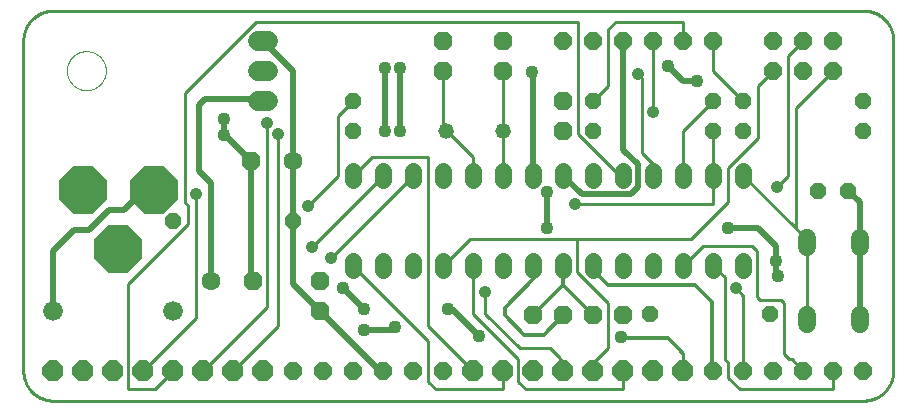
<source format=gtl>
G75*
%MOIN*%
%OFA0B0*%
%FSLAX25Y25*%
%IPPOS*%
%LPD*%
%AMOC8*
5,1,8,0,0,1.08239X$1,22.5*
%
%ADD10C,0.01000*%
%ADD11C,0.05600*%
%ADD12OC8,0.06102*%
%ADD13OC8,0.15748*%
%ADD14C,0.07677*%
%ADD15C,0.06600*%
%ADD16C,0.06600*%
%ADD17C,0.00000*%
%ADD18OC8,0.05200*%
%ADD19C,0.06000*%
%ADD20C,0.05200*%
%ADD21OC8,0.06300*%
%ADD22C,0.06300*%
%ADD23OC8,0.06000*%
%ADD24OC8,0.07000*%
%ADD25C,0.02000*%
%ADD26C,0.04362*%
%ADD27C,0.01200*%
%ADD28C,0.04400*%
%ADD29C,0.04200*%
D10*
X0020850Y0003250D02*
X0290850Y0003250D01*
X0280850Y0007000D02*
X0280850Y0013250D01*
X0270850Y0013250D02*
X0267100Y0017000D01*
X0266100Y0017000D01*
X0264350Y0018750D01*
X0264350Y0035750D01*
X0263350Y0036750D01*
X0256350Y0036750D01*
X0255350Y0037750D01*
X0255350Y0053250D01*
X0253850Y0054750D01*
X0237350Y0054750D01*
X0230850Y0048250D01*
X0240850Y0048250D02*
X0244600Y0044500D01*
X0244600Y0017000D01*
X0245850Y0015750D01*
X0245850Y0010750D01*
X0249600Y0007000D01*
X0280850Y0007000D01*
X0290850Y0003250D02*
X0291092Y0003253D01*
X0291333Y0003262D01*
X0291574Y0003276D01*
X0291815Y0003297D01*
X0292055Y0003323D01*
X0292295Y0003355D01*
X0292534Y0003393D01*
X0292771Y0003436D01*
X0293008Y0003486D01*
X0293243Y0003541D01*
X0293477Y0003601D01*
X0293709Y0003668D01*
X0293940Y0003739D01*
X0294169Y0003817D01*
X0294396Y0003900D01*
X0294621Y0003988D01*
X0294844Y0004082D01*
X0295064Y0004181D01*
X0295282Y0004286D01*
X0295497Y0004395D01*
X0295710Y0004510D01*
X0295920Y0004630D01*
X0296126Y0004755D01*
X0296330Y0004885D01*
X0296531Y0005020D01*
X0296728Y0005160D01*
X0296922Y0005304D01*
X0297112Y0005453D01*
X0297298Y0005607D01*
X0297481Y0005765D01*
X0297660Y0005927D01*
X0297835Y0006094D01*
X0298006Y0006265D01*
X0298173Y0006440D01*
X0298335Y0006619D01*
X0298493Y0006802D01*
X0298647Y0006988D01*
X0298796Y0007178D01*
X0298940Y0007372D01*
X0299080Y0007569D01*
X0299215Y0007770D01*
X0299345Y0007974D01*
X0299470Y0008180D01*
X0299590Y0008390D01*
X0299705Y0008603D01*
X0299814Y0008818D01*
X0299919Y0009036D01*
X0300018Y0009256D01*
X0300112Y0009479D01*
X0300200Y0009704D01*
X0300283Y0009931D01*
X0300361Y0010160D01*
X0300432Y0010391D01*
X0300499Y0010623D01*
X0300559Y0010857D01*
X0300614Y0011092D01*
X0300664Y0011329D01*
X0300707Y0011566D01*
X0300745Y0011805D01*
X0300777Y0012045D01*
X0300803Y0012285D01*
X0300824Y0012526D01*
X0300838Y0012767D01*
X0300847Y0013008D01*
X0300850Y0013250D01*
X0300850Y0123250D01*
X0300847Y0123492D01*
X0300838Y0123733D01*
X0300824Y0123974D01*
X0300803Y0124215D01*
X0300777Y0124455D01*
X0300745Y0124695D01*
X0300707Y0124934D01*
X0300664Y0125171D01*
X0300614Y0125408D01*
X0300559Y0125643D01*
X0300499Y0125877D01*
X0300432Y0126109D01*
X0300361Y0126340D01*
X0300283Y0126569D01*
X0300200Y0126796D01*
X0300112Y0127021D01*
X0300018Y0127244D01*
X0299919Y0127464D01*
X0299814Y0127682D01*
X0299705Y0127897D01*
X0299590Y0128110D01*
X0299470Y0128320D01*
X0299345Y0128526D01*
X0299215Y0128730D01*
X0299080Y0128931D01*
X0298940Y0129128D01*
X0298796Y0129322D01*
X0298647Y0129512D01*
X0298493Y0129698D01*
X0298335Y0129881D01*
X0298173Y0130060D01*
X0298006Y0130235D01*
X0297835Y0130406D01*
X0297660Y0130573D01*
X0297481Y0130735D01*
X0297298Y0130893D01*
X0297112Y0131047D01*
X0296922Y0131196D01*
X0296728Y0131340D01*
X0296531Y0131480D01*
X0296330Y0131615D01*
X0296126Y0131745D01*
X0295920Y0131870D01*
X0295710Y0131990D01*
X0295497Y0132105D01*
X0295282Y0132214D01*
X0295064Y0132319D01*
X0294844Y0132418D01*
X0294621Y0132512D01*
X0294396Y0132600D01*
X0294169Y0132683D01*
X0293940Y0132761D01*
X0293709Y0132832D01*
X0293477Y0132899D01*
X0293243Y0132959D01*
X0293008Y0133014D01*
X0292771Y0133064D01*
X0292534Y0133107D01*
X0292295Y0133145D01*
X0292055Y0133177D01*
X0291815Y0133203D01*
X0291574Y0133224D01*
X0291333Y0133238D01*
X0291092Y0133247D01*
X0290850Y0133250D01*
X0020850Y0133250D01*
X0020608Y0133247D01*
X0020367Y0133238D01*
X0020126Y0133224D01*
X0019885Y0133203D01*
X0019645Y0133177D01*
X0019405Y0133145D01*
X0019166Y0133107D01*
X0018929Y0133064D01*
X0018692Y0133014D01*
X0018457Y0132959D01*
X0018223Y0132899D01*
X0017991Y0132832D01*
X0017760Y0132761D01*
X0017531Y0132683D01*
X0017304Y0132600D01*
X0017079Y0132512D01*
X0016856Y0132418D01*
X0016636Y0132319D01*
X0016418Y0132214D01*
X0016203Y0132105D01*
X0015990Y0131990D01*
X0015780Y0131870D01*
X0015574Y0131745D01*
X0015370Y0131615D01*
X0015169Y0131480D01*
X0014972Y0131340D01*
X0014778Y0131196D01*
X0014588Y0131047D01*
X0014402Y0130893D01*
X0014219Y0130735D01*
X0014040Y0130573D01*
X0013865Y0130406D01*
X0013694Y0130235D01*
X0013527Y0130060D01*
X0013365Y0129881D01*
X0013207Y0129698D01*
X0013053Y0129512D01*
X0012904Y0129322D01*
X0012760Y0129128D01*
X0012620Y0128931D01*
X0012485Y0128730D01*
X0012355Y0128526D01*
X0012230Y0128320D01*
X0012110Y0128110D01*
X0011995Y0127897D01*
X0011886Y0127682D01*
X0011781Y0127464D01*
X0011682Y0127244D01*
X0011588Y0127021D01*
X0011500Y0126796D01*
X0011417Y0126569D01*
X0011339Y0126340D01*
X0011268Y0126109D01*
X0011201Y0125877D01*
X0011141Y0125643D01*
X0011086Y0125408D01*
X0011036Y0125171D01*
X0010993Y0124934D01*
X0010955Y0124695D01*
X0010923Y0124455D01*
X0010897Y0124215D01*
X0010876Y0123974D01*
X0010862Y0123733D01*
X0010853Y0123492D01*
X0010850Y0123250D01*
X0010850Y0013250D01*
X0010853Y0013008D01*
X0010862Y0012767D01*
X0010876Y0012526D01*
X0010897Y0012285D01*
X0010923Y0012045D01*
X0010955Y0011805D01*
X0010993Y0011566D01*
X0011036Y0011329D01*
X0011086Y0011092D01*
X0011141Y0010857D01*
X0011201Y0010623D01*
X0011268Y0010391D01*
X0011339Y0010160D01*
X0011417Y0009931D01*
X0011500Y0009704D01*
X0011588Y0009479D01*
X0011682Y0009256D01*
X0011781Y0009036D01*
X0011886Y0008818D01*
X0011995Y0008603D01*
X0012110Y0008390D01*
X0012230Y0008180D01*
X0012355Y0007974D01*
X0012485Y0007770D01*
X0012620Y0007569D01*
X0012760Y0007372D01*
X0012904Y0007178D01*
X0013053Y0006988D01*
X0013207Y0006802D01*
X0013365Y0006619D01*
X0013527Y0006440D01*
X0013694Y0006265D01*
X0013865Y0006094D01*
X0014040Y0005927D01*
X0014219Y0005765D01*
X0014402Y0005607D01*
X0014588Y0005453D01*
X0014778Y0005304D01*
X0014972Y0005160D01*
X0015169Y0005020D01*
X0015370Y0004885D01*
X0015574Y0004755D01*
X0015780Y0004630D01*
X0015990Y0004510D01*
X0016203Y0004395D01*
X0016418Y0004286D01*
X0016636Y0004181D01*
X0016856Y0004082D01*
X0017079Y0003988D01*
X0017304Y0003900D01*
X0017531Y0003817D01*
X0017760Y0003739D01*
X0017991Y0003668D01*
X0018223Y0003601D01*
X0018457Y0003541D01*
X0018692Y0003486D01*
X0018929Y0003436D01*
X0019166Y0003393D01*
X0019405Y0003355D01*
X0019645Y0003323D01*
X0019885Y0003297D01*
X0020126Y0003276D01*
X0020367Y0003262D01*
X0020608Y0003253D01*
X0020850Y0003250D01*
X0045850Y0007000D02*
X0045850Y0042000D01*
X0065850Y0062000D01*
X0065850Y0068250D01*
X0064600Y0069500D01*
X0064600Y0105750D01*
X0088350Y0129500D01*
X0195850Y0129500D01*
X0195850Y0092000D01*
X0209600Y0078250D01*
X0210850Y0078250D01*
X0217100Y0085750D02*
X0220850Y0082000D01*
X0220850Y0078250D01*
X0230850Y0078250D02*
X0230850Y0093250D01*
X0240850Y0103250D01*
X0240850Y0113250D02*
X0250850Y0103250D01*
X0255850Y0108250D02*
X0255850Y0090750D01*
X0245850Y0080750D01*
X0245850Y0069500D01*
X0233350Y0057000D01*
X0195350Y0057000D01*
X0195350Y0046250D01*
X0205850Y0035750D01*
X0205850Y0020750D01*
X0200850Y0015750D01*
X0190850Y0016250D02*
X0190850Y0013250D01*
X0190850Y0016250D02*
X0189350Y0017750D01*
X0186350Y0020750D01*
X0176350Y0020750D01*
X0164850Y0032250D01*
X0164850Y0039250D01*
X0164600Y0039500D01*
X0160850Y0032000D02*
X0175850Y0017000D01*
X0175850Y0009500D01*
X0178350Y0007000D01*
X0210850Y0007000D01*
X0210850Y0013250D01*
X0229719Y0019994D02*
X0230850Y0018863D01*
X0230850Y0013250D01*
X0250850Y0013250D02*
X0250850Y0038250D01*
X0248350Y0040750D01*
X0271950Y0030450D02*
X0272100Y0030750D01*
X0272100Y0055750D01*
X0271950Y0056050D01*
X0270850Y0057000D01*
X0270850Y0058250D01*
X0268350Y0060750D01*
X0268350Y0100750D01*
X0280850Y0113250D01*
X0270850Y0123250D02*
X0265850Y0118250D01*
X0265850Y0078250D01*
X0262100Y0074500D01*
X0250850Y0078250D02*
X0268350Y0060750D01*
X0240850Y0068750D02*
X0240850Y0078250D01*
X0240850Y0093250D01*
X0220850Y0099500D02*
X0220850Y0123250D01*
X0230850Y0123250D02*
X0230850Y0129500D01*
X0208350Y0129500D01*
X0205850Y0127000D01*
X0205850Y0108250D01*
X0200850Y0103250D01*
X0215850Y0112000D02*
X0217100Y0110750D01*
X0217100Y0085750D01*
X0194600Y0068750D02*
X0240850Y0068750D01*
X0195350Y0057000D02*
X0159600Y0057000D01*
X0150850Y0048250D01*
X0160850Y0048250D02*
X0160850Y0032000D01*
X0145850Y0028250D02*
X0160850Y0013250D01*
X0170850Y0013250D02*
X0170850Y0007500D01*
X0170350Y0007000D01*
X0148350Y0007000D01*
X0145850Y0009500D01*
X0145850Y0023250D01*
X0120850Y0048250D01*
X0113350Y0050750D02*
X0140850Y0078250D01*
X0130850Y0078250D02*
X0107100Y0054500D01*
X0105850Y0068250D02*
X0115850Y0078250D01*
X0115850Y0098250D01*
X0120850Y0103250D01*
X0095850Y0092000D02*
X0095850Y0028250D01*
X0080850Y0013250D01*
X0070850Y0013250D02*
X0092100Y0034500D01*
X0092100Y0095750D01*
X0120850Y0078250D02*
X0127100Y0084500D01*
X0145850Y0084500D01*
X0145850Y0028250D01*
X0170350Y0007000D02*
X0170850Y0007000D01*
X0068350Y0030750D02*
X0050850Y0013250D01*
X0054600Y0007000D02*
X0045850Y0007000D01*
X0054600Y0007000D02*
X0060850Y0013250D01*
X0068350Y0030750D02*
X0068350Y0072000D01*
X0150850Y0093250D02*
X0151850Y0093250D01*
X0152100Y0093250D01*
X0160850Y0084500D01*
X0160850Y0078250D01*
X0170850Y0078250D02*
X0170850Y0093250D01*
X0170850Y0113250D01*
X0150850Y0113250D02*
X0150850Y0093250D01*
X0240850Y0113250D02*
X0240850Y0123250D01*
X0255850Y0108250D02*
X0260850Y0113250D01*
D11*
X0250850Y0079650D02*
X0250850Y0076850D01*
X0240850Y0076850D02*
X0240850Y0079650D01*
X0230850Y0079650D02*
X0230850Y0076850D01*
X0220850Y0076850D02*
X0220850Y0079650D01*
X0210850Y0079650D02*
X0210850Y0076850D01*
X0200850Y0076850D02*
X0200850Y0079650D01*
X0190850Y0079650D02*
X0190850Y0076850D01*
X0180850Y0076850D02*
X0180850Y0079650D01*
X0170850Y0079650D02*
X0170850Y0076850D01*
X0160850Y0076850D02*
X0160850Y0079650D01*
X0150850Y0079650D02*
X0150850Y0076850D01*
X0140850Y0076850D02*
X0140850Y0079650D01*
X0130850Y0079650D02*
X0130850Y0076850D01*
X0120850Y0076850D02*
X0120850Y0079650D01*
X0120850Y0049650D02*
X0120850Y0046850D01*
X0130850Y0046850D02*
X0130850Y0049650D01*
X0140850Y0049650D02*
X0140850Y0046850D01*
X0150850Y0046850D02*
X0150850Y0049650D01*
X0160850Y0049650D02*
X0160850Y0046850D01*
X0170850Y0046850D02*
X0170850Y0049650D01*
X0180850Y0049650D02*
X0180850Y0046850D01*
X0190850Y0046850D02*
X0190850Y0049650D01*
X0200850Y0049650D02*
X0200850Y0046850D01*
X0210850Y0046850D02*
X0210850Y0049650D01*
X0220850Y0049650D02*
X0220850Y0046850D01*
X0230850Y0046850D02*
X0230850Y0049650D01*
X0240850Y0049650D02*
X0240850Y0046850D01*
X0250850Y0046850D02*
X0250850Y0049650D01*
D12*
X0260850Y0113250D03*
X0270850Y0113250D03*
X0280850Y0113250D03*
X0280850Y0123250D03*
X0270850Y0123250D03*
X0260850Y0123250D03*
D13*
X0054350Y0073450D03*
X0030750Y0073450D03*
X0042550Y0053750D03*
D14*
X0039550Y0053750D03*
X0045550Y0053750D03*
X0054350Y0070450D03*
X0054350Y0076450D03*
X0030750Y0076450D03*
X0030750Y0070450D03*
D15*
X0020850Y0033250D03*
X0060850Y0033250D03*
D16*
X0089200Y0103250D02*
X0092500Y0103250D01*
X0092500Y0113250D02*
X0089200Y0113250D01*
X0089200Y0123250D02*
X0092500Y0123250D01*
D17*
X0025350Y0113250D02*
X0025352Y0113411D01*
X0025358Y0113571D01*
X0025368Y0113732D01*
X0025382Y0113892D01*
X0025400Y0114052D01*
X0025421Y0114211D01*
X0025447Y0114370D01*
X0025477Y0114528D01*
X0025510Y0114685D01*
X0025548Y0114842D01*
X0025589Y0114997D01*
X0025634Y0115151D01*
X0025683Y0115304D01*
X0025736Y0115456D01*
X0025792Y0115607D01*
X0025853Y0115756D01*
X0025916Y0115904D01*
X0025984Y0116050D01*
X0026055Y0116194D01*
X0026129Y0116336D01*
X0026207Y0116477D01*
X0026289Y0116615D01*
X0026374Y0116752D01*
X0026462Y0116886D01*
X0026554Y0117018D01*
X0026649Y0117148D01*
X0026747Y0117276D01*
X0026848Y0117401D01*
X0026952Y0117523D01*
X0027059Y0117643D01*
X0027169Y0117760D01*
X0027282Y0117875D01*
X0027398Y0117986D01*
X0027517Y0118095D01*
X0027638Y0118200D01*
X0027762Y0118303D01*
X0027888Y0118403D01*
X0028016Y0118499D01*
X0028147Y0118592D01*
X0028281Y0118682D01*
X0028416Y0118769D01*
X0028554Y0118852D01*
X0028693Y0118932D01*
X0028835Y0119008D01*
X0028978Y0119081D01*
X0029123Y0119150D01*
X0029270Y0119216D01*
X0029418Y0119278D01*
X0029568Y0119336D01*
X0029719Y0119391D01*
X0029872Y0119442D01*
X0030026Y0119489D01*
X0030181Y0119532D01*
X0030337Y0119571D01*
X0030493Y0119607D01*
X0030651Y0119638D01*
X0030809Y0119666D01*
X0030968Y0119690D01*
X0031128Y0119710D01*
X0031288Y0119726D01*
X0031448Y0119738D01*
X0031609Y0119746D01*
X0031770Y0119750D01*
X0031930Y0119750D01*
X0032091Y0119746D01*
X0032252Y0119738D01*
X0032412Y0119726D01*
X0032572Y0119710D01*
X0032732Y0119690D01*
X0032891Y0119666D01*
X0033049Y0119638D01*
X0033207Y0119607D01*
X0033363Y0119571D01*
X0033519Y0119532D01*
X0033674Y0119489D01*
X0033828Y0119442D01*
X0033981Y0119391D01*
X0034132Y0119336D01*
X0034282Y0119278D01*
X0034430Y0119216D01*
X0034577Y0119150D01*
X0034722Y0119081D01*
X0034865Y0119008D01*
X0035007Y0118932D01*
X0035146Y0118852D01*
X0035284Y0118769D01*
X0035419Y0118682D01*
X0035553Y0118592D01*
X0035684Y0118499D01*
X0035812Y0118403D01*
X0035938Y0118303D01*
X0036062Y0118200D01*
X0036183Y0118095D01*
X0036302Y0117986D01*
X0036418Y0117875D01*
X0036531Y0117760D01*
X0036641Y0117643D01*
X0036748Y0117523D01*
X0036852Y0117401D01*
X0036953Y0117276D01*
X0037051Y0117148D01*
X0037146Y0117018D01*
X0037238Y0116886D01*
X0037326Y0116752D01*
X0037411Y0116615D01*
X0037493Y0116477D01*
X0037571Y0116336D01*
X0037645Y0116194D01*
X0037716Y0116050D01*
X0037784Y0115904D01*
X0037847Y0115756D01*
X0037908Y0115607D01*
X0037964Y0115456D01*
X0038017Y0115304D01*
X0038066Y0115151D01*
X0038111Y0114997D01*
X0038152Y0114842D01*
X0038190Y0114685D01*
X0038223Y0114528D01*
X0038253Y0114370D01*
X0038279Y0114211D01*
X0038300Y0114052D01*
X0038318Y0113892D01*
X0038332Y0113732D01*
X0038342Y0113571D01*
X0038348Y0113411D01*
X0038350Y0113250D01*
X0038348Y0113089D01*
X0038342Y0112929D01*
X0038332Y0112768D01*
X0038318Y0112608D01*
X0038300Y0112448D01*
X0038279Y0112289D01*
X0038253Y0112130D01*
X0038223Y0111972D01*
X0038190Y0111815D01*
X0038152Y0111658D01*
X0038111Y0111503D01*
X0038066Y0111349D01*
X0038017Y0111196D01*
X0037964Y0111044D01*
X0037908Y0110893D01*
X0037847Y0110744D01*
X0037784Y0110596D01*
X0037716Y0110450D01*
X0037645Y0110306D01*
X0037571Y0110164D01*
X0037493Y0110023D01*
X0037411Y0109885D01*
X0037326Y0109748D01*
X0037238Y0109614D01*
X0037146Y0109482D01*
X0037051Y0109352D01*
X0036953Y0109224D01*
X0036852Y0109099D01*
X0036748Y0108977D01*
X0036641Y0108857D01*
X0036531Y0108740D01*
X0036418Y0108625D01*
X0036302Y0108514D01*
X0036183Y0108405D01*
X0036062Y0108300D01*
X0035938Y0108197D01*
X0035812Y0108097D01*
X0035684Y0108001D01*
X0035553Y0107908D01*
X0035419Y0107818D01*
X0035284Y0107731D01*
X0035146Y0107648D01*
X0035007Y0107568D01*
X0034865Y0107492D01*
X0034722Y0107419D01*
X0034577Y0107350D01*
X0034430Y0107284D01*
X0034282Y0107222D01*
X0034132Y0107164D01*
X0033981Y0107109D01*
X0033828Y0107058D01*
X0033674Y0107011D01*
X0033519Y0106968D01*
X0033363Y0106929D01*
X0033207Y0106893D01*
X0033049Y0106862D01*
X0032891Y0106834D01*
X0032732Y0106810D01*
X0032572Y0106790D01*
X0032412Y0106774D01*
X0032252Y0106762D01*
X0032091Y0106754D01*
X0031930Y0106750D01*
X0031770Y0106750D01*
X0031609Y0106754D01*
X0031448Y0106762D01*
X0031288Y0106774D01*
X0031128Y0106790D01*
X0030968Y0106810D01*
X0030809Y0106834D01*
X0030651Y0106862D01*
X0030493Y0106893D01*
X0030337Y0106929D01*
X0030181Y0106968D01*
X0030026Y0107011D01*
X0029872Y0107058D01*
X0029719Y0107109D01*
X0029568Y0107164D01*
X0029418Y0107222D01*
X0029270Y0107284D01*
X0029123Y0107350D01*
X0028978Y0107419D01*
X0028835Y0107492D01*
X0028693Y0107568D01*
X0028554Y0107648D01*
X0028416Y0107731D01*
X0028281Y0107818D01*
X0028147Y0107908D01*
X0028016Y0108001D01*
X0027888Y0108097D01*
X0027762Y0108197D01*
X0027638Y0108300D01*
X0027517Y0108405D01*
X0027398Y0108514D01*
X0027282Y0108625D01*
X0027169Y0108740D01*
X0027059Y0108857D01*
X0026952Y0108977D01*
X0026848Y0109099D01*
X0026747Y0109224D01*
X0026649Y0109352D01*
X0026554Y0109482D01*
X0026462Y0109614D01*
X0026374Y0109748D01*
X0026289Y0109885D01*
X0026207Y0110023D01*
X0026129Y0110164D01*
X0026055Y0110306D01*
X0025984Y0110450D01*
X0025916Y0110596D01*
X0025853Y0110744D01*
X0025792Y0110893D01*
X0025736Y0111044D01*
X0025683Y0111196D01*
X0025634Y0111349D01*
X0025589Y0111503D01*
X0025548Y0111658D01*
X0025510Y0111815D01*
X0025477Y0111972D01*
X0025447Y0112130D01*
X0025421Y0112289D01*
X0025400Y0112448D01*
X0025382Y0112608D01*
X0025368Y0112768D01*
X0025358Y0112929D01*
X0025352Y0113089D01*
X0025350Y0113250D01*
D18*
X0120850Y0103250D03*
X0120850Y0093250D03*
X0100850Y0063250D03*
X0060850Y0063250D03*
X0200850Y0093250D03*
X0200850Y0103250D03*
X0240850Y0103250D03*
X0250850Y0103250D03*
X0250850Y0093250D03*
X0240850Y0093250D03*
X0275850Y0073250D03*
X0285850Y0073250D03*
X0290850Y0093250D03*
X0290850Y0103250D03*
X0259850Y0032250D03*
X0219850Y0032250D03*
D19*
X0271950Y0031950D02*
X0271950Y0028950D01*
X0289750Y0028950D02*
X0289750Y0031950D01*
X0289750Y0054550D02*
X0289750Y0057550D01*
X0271950Y0057550D02*
X0271950Y0054550D01*
D20*
X0170850Y0093250D03*
X0151850Y0093250D03*
D21*
X0190850Y0093250D03*
X0190850Y0103250D03*
X0170850Y0113250D03*
X0150850Y0113250D03*
X0150850Y0123250D03*
X0170850Y0123250D03*
X0086850Y0083250D03*
X0087350Y0043250D03*
X0109850Y0043250D03*
X0109850Y0033250D03*
X0180850Y0031750D03*
X0190850Y0031750D03*
X0200850Y0031750D03*
X0210850Y0031750D03*
D22*
X0100850Y0083250D03*
X0073350Y0043250D03*
D23*
X0100850Y0013250D03*
X0110850Y0013250D03*
X0120850Y0013250D03*
X0130850Y0013250D03*
X0140850Y0013250D03*
X0150850Y0013250D03*
X0240850Y0013250D03*
X0250850Y0013250D03*
X0260850Y0013250D03*
X0270850Y0013250D03*
X0280850Y0013250D03*
X0290850Y0013250D03*
X0240850Y0123250D03*
X0230850Y0123250D03*
X0220850Y0123250D03*
X0210850Y0123250D03*
X0200850Y0123250D03*
X0190850Y0123250D03*
D24*
X0190850Y0013250D03*
X0200850Y0013250D03*
X0210850Y0013250D03*
X0220850Y0013250D03*
X0230850Y0013250D03*
X0180850Y0013250D03*
X0170850Y0013250D03*
X0160850Y0013250D03*
X0090850Y0013250D03*
X0080850Y0013250D03*
X0070850Y0013250D03*
X0060850Y0013250D03*
X0050850Y0013250D03*
X0040850Y0013250D03*
X0030850Y0013250D03*
X0020850Y0013250D03*
D25*
X0020850Y0033250D02*
X0020850Y0053250D01*
X0027850Y0060250D01*
X0032850Y0060250D01*
X0039350Y0066750D01*
X0044350Y0066750D01*
X0051050Y0073450D01*
X0054350Y0073450D01*
X0069350Y0079750D02*
X0073350Y0075750D01*
X0073350Y0043250D01*
X0086850Y0043750D02*
X0086850Y0083250D01*
X0077850Y0092250D01*
X0077850Y0097250D01*
X0071350Y0103750D02*
X0069350Y0101750D01*
X0069350Y0079750D01*
X0100850Y0083250D02*
X0100850Y0113250D01*
X0090850Y0123250D01*
X0131350Y0114250D02*
X0131350Y0093250D01*
X0136350Y0092750D02*
X0136350Y0114250D01*
X0180350Y0112750D02*
X0180850Y0112250D01*
X0180850Y0078250D01*
X0185350Y0072750D02*
X0185350Y0060750D01*
X0197100Y0072000D02*
X0190850Y0078250D01*
X0197100Y0072000D02*
X0213350Y0072000D01*
X0215850Y0074500D01*
X0215850Y0082000D01*
X0211225Y0086625D01*
X0210850Y0087000D01*
X0210850Y0123250D01*
X0225850Y0114750D02*
X0230850Y0109750D01*
X0235350Y0109750D01*
X0285850Y0073250D02*
X0289750Y0069350D01*
X0289750Y0056050D01*
X0289750Y0030450D01*
X0262350Y0044750D02*
X0261850Y0045250D01*
X0261850Y0054750D01*
X0255850Y0060750D01*
X0246350Y0060750D01*
X0162850Y0024750D02*
X0153850Y0033750D01*
X0152350Y0033750D01*
X0134850Y0027750D02*
X0133850Y0026750D01*
X0124350Y0026750D01*
X0124350Y0033750D02*
X0117350Y0040750D01*
X0109600Y0033250D02*
X0100850Y0042000D01*
X0100850Y0063250D01*
X0100850Y0083250D01*
X0090850Y0103250D02*
X0090350Y0103750D01*
X0071350Y0103750D01*
X0086850Y0043750D02*
X0087350Y0043250D01*
X0109600Y0033250D02*
X0109850Y0033250D01*
X0129850Y0013250D01*
X0130850Y0013250D01*
X0110850Y0033250D02*
X0109850Y0033250D01*
D26*
X0124350Y0033750D03*
X0134850Y0027750D03*
X0124350Y0026750D03*
X0152350Y0033750D03*
X0162850Y0024750D03*
X0117350Y0040750D03*
X0185350Y0060750D03*
X0185350Y0072750D03*
X0136350Y0093250D03*
X0131350Y0093250D03*
X0131350Y0114250D03*
X0136350Y0114250D03*
X0180350Y0112750D03*
X0225850Y0114750D03*
X0235350Y0109750D03*
X0245850Y0060750D03*
X0261850Y0049750D03*
X0262350Y0044750D03*
X0077850Y0091750D03*
X0077850Y0097250D03*
D27*
X0180850Y0048250D02*
X0180850Y0043750D01*
X0171350Y0034250D01*
X0171350Y0031750D01*
X0177850Y0025250D01*
X0184350Y0025250D01*
X0190850Y0031750D01*
X0200850Y0031750D02*
X0190850Y0041750D01*
X0190850Y0048250D01*
X0200850Y0048250D02*
X0200850Y0046750D01*
X0205850Y0041750D01*
X0234850Y0041750D01*
X0240350Y0036250D01*
X0240350Y0013750D01*
X0230850Y0018750D02*
X0229719Y0019994D01*
X0225850Y0024250D01*
X0211350Y0024250D01*
X0210100Y0024500D01*
X0190850Y0041750D02*
X0180850Y0031750D01*
D28*
X0210100Y0024500D03*
D29*
X0248350Y0040750D03*
X0194600Y0068750D03*
X0164600Y0039500D03*
X0113350Y0050750D03*
X0107100Y0054500D03*
X0105850Y0068250D03*
X0068350Y0072000D03*
X0095850Y0092000D03*
X0092100Y0095750D03*
X0215850Y0112000D03*
X0220850Y0099500D03*
X0262100Y0074500D03*
M02*

</source>
